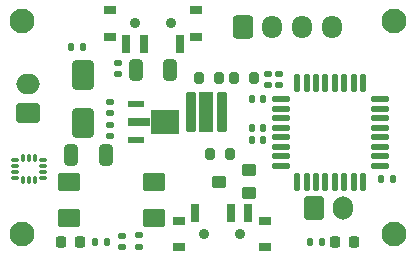
<source format=gbr>
%TF.GenerationSoftware,KiCad,Pcbnew,8.0.5*%
%TF.CreationDate,2025-02-24T18:35:13+02:00*%
%TF.ProjectId,UVCleanPCB,5556436c-6561-46e5-9043-422e6b696361,rev?*%
%TF.SameCoordinates,Original*%
%TF.FileFunction,Soldermask,Top*%
%TF.FilePolarity,Negative*%
%FSLAX46Y46*%
G04 Gerber Fmt 4.6, Leading zero omitted, Abs format (unit mm)*
G04 Created by KiCad (PCBNEW 8.0.5) date 2025-02-24 18:35:13*
%MOMM*%
%LPD*%
G01*
G04 APERTURE LIST*
G04 Aperture macros list*
%AMRoundRect*
0 Rectangle with rounded corners*
0 $1 Rounding radius*
0 $2 $3 $4 $5 $6 $7 $8 $9 X,Y pos of 4 corners*
0 Add a 4 corners polygon primitive as box body*
4,1,4,$2,$3,$4,$5,$6,$7,$8,$9,$2,$3,0*
0 Add four circle primitives for the rounded corners*
1,1,$1+$1,$2,$3*
1,1,$1+$1,$4,$5*
1,1,$1+$1,$6,$7*
1,1,$1+$1,$8,$9*
0 Add four rect primitives between the rounded corners*
20,1,$1+$1,$2,$3,$4,$5,0*
20,1,$1+$1,$4,$5,$6,$7,0*
20,1,$1+$1,$6,$7,$8,$9,0*
20,1,$1+$1,$8,$9,$2,$3,0*%
G04 Aperture macros list end*
%ADD10RoundRect,0.140000X0.170000X-0.140000X0.170000X0.140000X-0.170000X0.140000X-0.170000X-0.140000X0*%
%ADD11C,2.100000*%
%ADD12RoundRect,0.218750X-0.218750X-0.256250X0.218750X-0.256250X0.218750X0.256250X-0.218750X0.256250X0*%
%ADD13RoundRect,0.140000X0.140000X0.170000X-0.140000X0.170000X-0.140000X-0.170000X0.140000X-0.170000X0*%
%ADD14RoundRect,0.250000X-0.600000X-0.725000X0.600000X-0.725000X0.600000X0.725000X-0.600000X0.725000X0*%
%ADD15O,1.700000X1.950000*%
%ADD16RoundRect,0.102000X0.508000X-0.381000X0.508000X0.381000X-0.508000X0.381000X-0.508000X-0.381000X0*%
%ADD17RoundRect,0.250000X0.325000X0.650000X-0.325000X0.650000X-0.325000X-0.650000X0.325000X-0.650000X0*%
%ADD18RoundRect,0.140000X-0.170000X0.140000X-0.170000X-0.140000X0.170000X-0.140000X0.170000X0.140000X0*%
%ADD19RoundRect,0.135000X0.135000X0.185000X-0.135000X0.185000X-0.135000X-0.185000X0.135000X-0.185000X0*%
%ADD20RoundRect,0.200000X-0.200000X-0.275000X0.200000X-0.275000X0.200000X0.275000X-0.200000X0.275000X0*%
%ADD21RoundRect,0.135000X0.185000X-0.135000X0.185000X0.135000X-0.185000X0.135000X-0.185000X-0.135000X0*%
%ADD22R,1.000000X0.800000*%
%ADD23C,0.900000*%
%ADD24R,0.700000X1.500000*%
%ADD25RoundRect,0.135000X-0.135000X-0.185000X0.135000X-0.185000X0.135000X0.185000X-0.135000X0.185000X0*%
%ADD26RoundRect,0.250000X-0.650000X1.000000X-0.650000X-1.000000X0.650000X-1.000000X0.650000X1.000000X0*%
%ADD27RoundRect,0.218750X0.218750X0.256250X-0.218750X0.256250X-0.218750X-0.256250X0.218750X-0.256250X0*%
%ADD28RoundRect,0.250000X-0.325000X-0.650000X0.325000X-0.650000X0.325000X0.650000X-0.325000X0.650000X0*%
%ADD29RoundRect,0.125000X-0.125000X-0.625000X0.125000X-0.625000X0.125000X0.625000X-0.125000X0.625000X0*%
%ADD30RoundRect,0.125000X-0.625000X-0.125000X0.625000X-0.125000X0.625000X0.125000X-0.625000X0.125000X0*%
%ADD31RoundRect,0.102000X0.800000X0.700000X-0.800000X0.700000X-0.800000X-0.700000X0.800000X-0.700000X0*%
%ADD32RoundRect,0.250000X0.750000X-0.600000X0.750000X0.600000X-0.750000X0.600000X-0.750000X-0.600000X0*%
%ADD33O,2.000000X1.700000*%
%ADD34R,1.400000X0.570000*%
%ADD35R,1.900000X0.650000*%
%ADD36R,2.450000X2.000000*%
%ADD37RoundRect,0.087500X-0.225000X-0.087500X0.225000X-0.087500X0.225000X0.087500X-0.225000X0.087500X0*%
%ADD38RoundRect,0.087500X-0.087500X-0.225000X0.087500X-0.225000X0.087500X0.225000X-0.087500X0.225000X0*%
%ADD39RoundRect,0.200000X0.200000X0.275000X-0.200000X0.275000X-0.200000X-0.275000X0.200000X-0.275000X0*%
%ADD40RoundRect,0.250000X-0.600000X-0.750000X0.600000X-0.750000X0.600000X0.750000X-0.600000X0.750000X0*%
%ADD41O,1.700000X2.000000*%
%ADD42RoundRect,0.102000X-0.500000X-1.600000X0.500000X-1.600000X0.500000X1.600000X-0.500000X1.600000X0*%
%ADD43RoundRect,0.102000X-0.300000X-1.600000X0.300000X-1.600000X0.300000X1.600000X-0.300000X1.600000X0*%
G04 APERTURE END LIST*
D10*
%TO.C,C10*%
X184560000Y-66450000D03*
X184560000Y-65490000D03*
%TD*%
D11*
%TO.C,H1*%
X176430000Y-61940000D03*
%TD*%
D12*
%TO.C,D4*%
X179700000Y-80700000D03*
X181275000Y-80700000D03*
%TD*%
D13*
%TO.C,C9*%
X196810000Y-71000000D03*
X195850000Y-71000000D03*
%TD*%
D14*
%TO.C,J1*%
X195110000Y-62490000D03*
D15*
X197610000Y-62490000D03*
X200110000Y-62490000D03*
X202610000Y-62490000D03*
%TD*%
D16*
%TO.C,Q1*%
X193110000Y-75562500D03*
X195650000Y-76515000D03*
X195650000Y-74610000D03*
%TD*%
D10*
%TO.C,C2*%
X198200000Y-67400000D03*
X198200000Y-66440000D03*
%TD*%
D17*
%TO.C,C12*%
X183500000Y-73300000D03*
X180550000Y-73300000D03*
%TD*%
D13*
%TO.C,C3*%
X207780000Y-75300000D03*
X206820000Y-75300000D03*
%TD*%
D18*
%TO.C,C19*%
X184900000Y-80140000D03*
X184900000Y-81100000D03*
%TD*%
D19*
%TO.C,R15*%
X183575000Y-80700000D03*
X182555000Y-80700000D03*
%TD*%
D20*
%TO.C,R8*%
X194370000Y-66780000D03*
X196020000Y-66780000D03*
%TD*%
D21*
%TO.C,R11*%
X186300000Y-81100000D03*
X186300000Y-80080000D03*
%TD*%
D22*
%TO.C,SW5*%
X189680000Y-78895000D03*
X189680000Y-81105000D03*
D23*
X191830000Y-80005000D03*
X194830000Y-80005000D03*
D22*
X196980000Y-78895000D03*
X196980000Y-81105000D03*
D24*
X191080000Y-78245000D03*
X194080000Y-78245000D03*
X195580000Y-78245000D03*
%TD*%
D20*
%TO.C,R9*%
X192335000Y-73190000D03*
X193985000Y-73190000D03*
%TD*%
D13*
%TO.C,C7*%
X196800000Y-72000000D03*
X195840000Y-72000000D03*
%TD*%
D11*
%TO.C,H2*%
X176430000Y-79960000D03*
%TD*%
D25*
%TO.C,R16*%
X200780000Y-80700000D03*
X201800000Y-80700000D03*
%TD*%
D26*
%TO.C,D2*%
X181530000Y-70560000D03*
X181530000Y-66560000D03*
%TD*%
D22*
%TO.C,SW1*%
X191150000Y-63280000D03*
X191150000Y-61070000D03*
D23*
X189000000Y-62170000D03*
X186000000Y-62170000D03*
D22*
X183850000Y-63280000D03*
X183850000Y-61070000D03*
D24*
X189750000Y-63930000D03*
X186750000Y-63930000D03*
X185250000Y-63930000D03*
%TD*%
D27*
%TO.C,D5*%
X204500000Y-80700000D03*
X202925000Y-80700000D03*
%TD*%
D13*
%TO.C,C1*%
X196800000Y-68600000D03*
X195840000Y-68600000D03*
%TD*%
D10*
%TO.C,C20*%
X183820000Y-71690000D03*
X183820000Y-70730000D03*
%TD*%
%TO.C,C4*%
X197200000Y-67400000D03*
X197200000Y-66440000D03*
%TD*%
D28*
%TO.C,C14*%
X186025000Y-66100000D03*
X188975000Y-66100000D03*
%TD*%
D29*
%TO.C,U1*%
X199700000Y-67225000D03*
X200500000Y-67225000D03*
X201300000Y-67225000D03*
X202100000Y-67225000D03*
X202900000Y-67225000D03*
X203700000Y-67225000D03*
X204500000Y-67225000D03*
X205300000Y-67225000D03*
D30*
X206675000Y-68600000D03*
X206675000Y-69400000D03*
X206675000Y-70200000D03*
X206675000Y-71000000D03*
X206675000Y-71800000D03*
X206675000Y-72600000D03*
X206675000Y-73400000D03*
X206675000Y-74200000D03*
D29*
X205300000Y-75575000D03*
X204500000Y-75575000D03*
X203700000Y-75575000D03*
X202900000Y-75575000D03*
X202100000Y-75575000D03*
X201300000Y-75575000D03*
X200500000Y-75575000D03*
X199700000Y-75575000D03*
D30*
X198325000Y-74200000D03*
X198325000Y-73400000D03*
X198325000Y-72600000D03*
X198325000Y-71800000D03*
X198325000Y-71000000D03*
X198325000Y-70200000D03*
X198325000Y-69400000D03*
X198325000Y-68600000D03*
%TD*%
D11*
%TO.C,H4*%
X207860000Y-61940000D03*
%TD*%
%TO.C,H3*%
X207860000Y-79960000D03*
%TD*%
D10*
%TO.C,C21*%
X183820000Y-69780000D03*
X183820000Y-68820000D03*
%TD*%
D31*
%TO.C,S2*%
X187600000Y-75600000D03*
X180400000Y-75600000D03*
X187600000Y-78600000D03*
X180400000Y-78600000D03*
%TD*%
D19*
%TO.C,R1*%
X181550000Y-64130000D03*
X180530000Y-64130000D03*
%TD*%
D32*
%TO.C,J2*%
X176930000Y-69790000D03*
D33*
X176930000Y-67290000D03*
%TD*%
D34*
%TO.C,IC1*%
X186075000Y-69000000D03*
D35*
X186325000Y-70500000D03*
D34*
X186075000Y-72000000D03*
D36*
X188500000Y-70500000D03*
%TD*%
D37*
%TO.C,U2*%
X175837500Y-73750000D03*
X175837500Y-74250000D03*
X175837500Y-74750000D03*
X175837500Y-75250000D03*
D38*
X176500000Y-75412500D03*
X177000000Y-75412500D03*
X177500000Y-75412500D03*
D37*
X178162500Y-75250000D03*
X178162500Y-74750000D03*
X178162500Y-74250000D03*
X178162500Y-73750000D03*
D38*
X177500000Y-73587500D03*
X177000000Y-73587500D03*
X176500000Y-73587500D03*
%TD*%
D39*
%TO.C,R10*%
X193060000Y-66780000D03*
X191410000Y-66780000D03*
%TD*%
D40*
%TO.C,J3*%
X201100000Y-77800000D03*
D41*
X203600000Y-77800000D03*
%TD*%
D42*
%TO.C,U6*%
X192010000Y-69660000D03*
D43*
X190710000Y-69660000D03*
X193310000Y-69660000D03*
%TD*%
M02*

</source>
